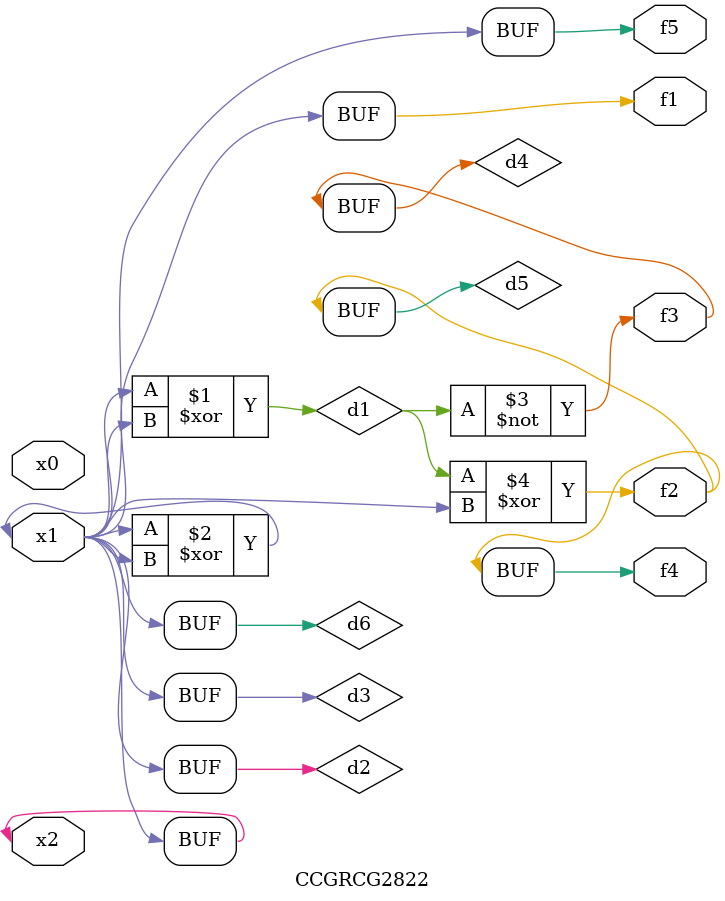
<source format=v>
module CCGRCG2822(
	input x0, x1, x2,
	output f1, f2, f3, f4, f5
);

	wire d1, d2, d3, d4, d5, d6;

	xor (d1, x1, x2);
	buf (d2, x1, x2);
	xor (d3, x1, x2);
	nor (d4, d1);
	xor (d5, d1, d2);
	buf (d6, d2, d3);
	assign f1 = d6;
	assign f2 = d5;
	assign f3 = d4;
	assign f4 = d5;
	assign f5 = d6;
endmodule

</source>
